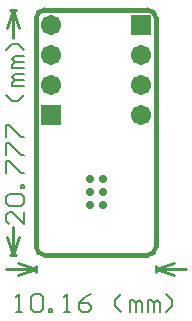
<source format=gbs>
G04 Layer_Color=16711935*
%FSLAX44Y44*%
%MOMM*%
G71*
G01*
G75*
%ADD15C,0.4000*%
%ADD16C,0.2540*%
%ADD17C,0.1524*%
%ADD31C,1.7032*%
%ADD32R,1.7032X1.7032*%
%ADD33C,0.7032*%
D15*
X185674Y145542D02*
G03*
X193040Y138176I7366J0D01*
G01*
X279908D02*
G03*
X287274Y145542I0J7366D01*
G01*
X287270Y338582D02*
G03*
X279904Y345948I-7366J0D01*
G01*
X193040D02*
G03*
X185674Y338582I0J-7366D01*
G01*
X193040Y138176D02*
X279908D01*
X287270Y145542D02*
X287274D01*
X287270D02*
Y338582D01*
X193040Y345948D02*
X279904D01*
X185674Y145542D02*
Y338582D01*
D16*
X287274Y123698D02*
Y128778D01*
X185678Y123698D02*
Y128778D01*
X287274Y126238D02*
X302514Y121158D01*
X287274Y126238D02*
X302514Y131318D01*
X170438Y121158D02*
X185678Y126238D01*
X170438Y131318D02*
X185678Y126238D01*
X287274D02*
X312674D01*
X160278D02*
X185678D01*
X163832Y345923D02*
X168913D01*
X163832Y138151D02*
X168913D01*
X166373Y345923D02*
X171453Y330683D01*
X161292D02*
X166373Y345923D01*
Y138151D02*
X171453Y153391D01*
X161292D02*
X166373Y138151D01*
Y322277D02*
Y345923D01*
Y138151D02*
Y161798D01*
D17*
X168933Y89672D02*
X174012D01*
X171473D01*
Y104907D01*
X168933Y102368D01*
X181629D02*
X184168Y104907D01*
X189247D01*
X191786Y102368D01*
Y92211D01*
X189247Y89672D01*
X184168D01*
X181629Y92211D01*
Y102368D01*
X196864Y89672D02*
Y92211D01*
X199403D01*
Y89672D01*
X196864D01*
X209560D02*
X214639D01*
X212099D01*
Y104907D01*
X209560Y102368D01*
X232413Y104907D02*
X227334Y102368D01*
X222256Y97289D01*
Y92211D01*
X224795Y89672D01*
X229874D01*
X232413Y92211D01*
Y94750D01*
X229874Y97289D01*
X222256D01*
X257805Y89672D02*
X252726Y94750D01*
Y99829D01*
X257805Y104907D01*
X265422Y89672D02*
Y99829D01*
X267961D01*
X270501Y97289D01*
Y89672D01*
Y97289D01*
X273040Y99829D01*
X275579Y97289D01*
Y89672D01*
X280657D02*
Y99829D01*
X283196D01*
X285735Y97289D01*
Y89672D01*
Y97289D01*
X288275Y99829D01*
X290814Y97289D01*
Y89672D01*
X295892D02*
X300971Y94750D01*
Y99829D01*
X295892Y104907D01*
X175514Y174495D02*
Y164338D01*
X165357Y174495D01*
X162818D01*
X160279Y171956D01*
Y166877D01*
X162818Y164338D01*
Y179573D02*
X160279Y182112D01*
Y187191D01*
X162818Y189730D01*
X172975D01*
X175514Y187191D01*
Y182112D01*
X172975Y179573D01*
X162818D01*
X175514Y194808D02*
X172975D01*
Y197347D01*
X175514D01*
Y194808D01*
X160279Y207504D02*
Y217661D01*
X162818D01*
X172975Y207504D01*
X175514D01*
X160279Y222739D02*
Y232896D01*
X162818D01*
X172975Y222739D01*
X175514D01*
X160279Y237974D02*
Y248131D01*
X162818D01*
X172975Y237974D01*
X175514D01*
Y273523D02*
X170436Y268444D01*
X165357D01*
X160279Y273523D01*
X175514Y281140D02*
X165357D01*
Y283679D01*
X167896Y286219D01*
X175514D01*
X167896D01*
X165357Y288758D01*
X167896Y291297D01*
X175514D01*
Y296375D02*
X165357D01*
Y298915D01*
X167896Y301454D01*
X175514D01*
X167896D01*
X165357Y303993D01*
X167896Y306532D01*
X175514D01*
Y311610D02*
X170436Y316689D01*
X165357D01*
X160279Y311610D01*
D31*
X274570Y257048D02*
D03*
Y282448D02*
D03*
Y307848D02*
D03*
X198374Y333248D02*
D03*
Y307848D02*
D03*
Y282448D02*
D03*
D32*
X274570Y333248D02*
D03*
X198374Y257048D02*
D03*
D33*
X231482Y192024D02*
D03*
Y203024D02*
D03*
X242482D02*
D03*
Y192024D02*
D03*
X231482Y181024D02*
D03*
X242482D02*
D03*
M02*

</source>
